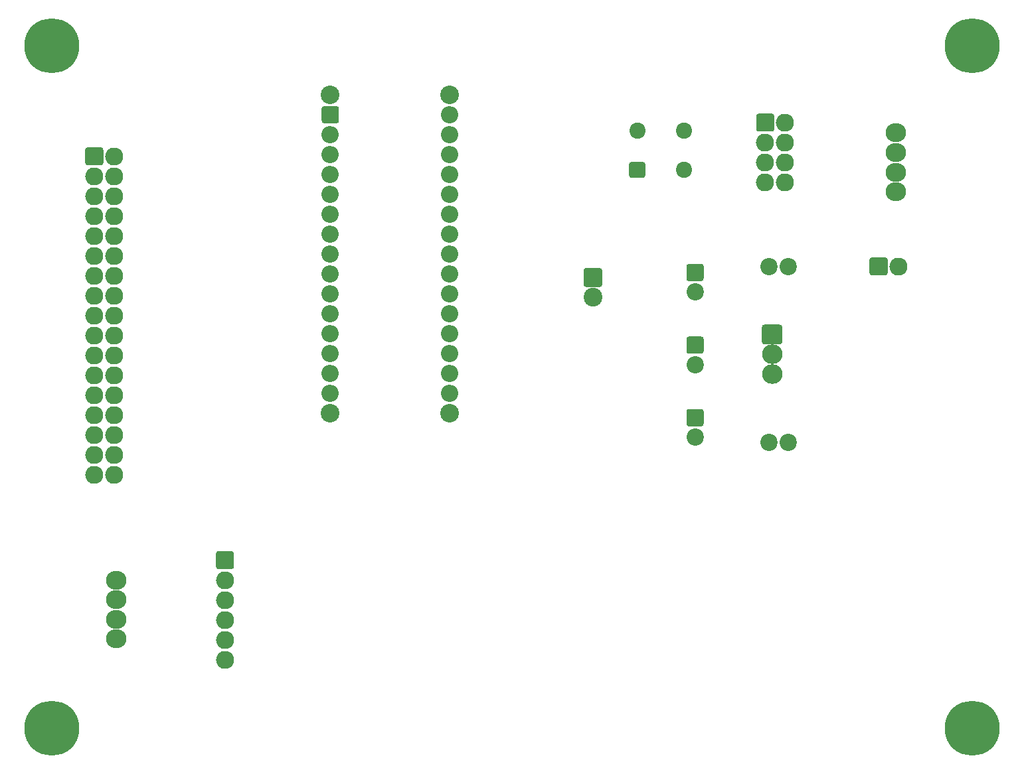
<source format=gbs>
G04 #@! TF.GenerationSoftware,KiCad,Pcbnew,(5.1.10)-1*
G04 #@! TF.CreationDate,2021-12-19T22:42:05+01:00*
G04 #@! TF.ProjectId,DrawBridge,44726177-4272-4696-9467-652e6b696361,1.0*
G04 #@! TF.SameCoordinates,Original*
G04 #@! TF.FileFunction,Soldermask,Bot*
G04 #@! TF.FilePolarity,Negative*
%FSLAX46Y46*%
G04 Gerber Fmt 4.6, Leading zero omitted, Abs format (unit mm)*
G04 Created by KiCad (PCBNEW (5.1.10)-1) date 2021-12-19 22:42:05*
%MOMM*%
%LPD*%
G01*
G04 APERTURE LIST*
%ADD10C,4.200000*%
%ADD11C,7.000000*%
%ADD12O,2.200000X2.200000*%
%ADD13C,2.380000*%
%ADD14C,2.200000*%
%ADD15C,2.400000*%
%ADD16O,2.600000X2.400000*%
%ADD17O,2.300000X2.300000*%
%ADD18C,2.058000*%
%ADD19O,2.600000X2.505000*%
G04 APERTURE END LIST*
D10*
X61425000Y-51425000D03*
D11*
X61425000Y-51425000D03*
X178785700Y-51425000D03*
D10*
X178785700Y-51425000D03*
X61425000Y-138575000D03*
D11*
X61425000Y-138575000D03*
X178785700Y-138575000D03*
D10*
X178785700Y-138575000D03*
G36*
G01*
X95835000Y-61065000D02*
X95835000Y-59465000D01*
G75*
G02*
X96135000Y-59165000I300000J0D01*
G01*
X97735000Y-59165000D01*
G75*
G02*
X98035000Y-59465000I0J-300000D01*
G01*
X98035000Y-61065000D01*
G75*
G02*
X97735000Y-61365000I-300000J0D01*
G01*
X96135000Y-61365000D01*
G75*
G02*
X95835000Y-61065000I0J300000D01*
G01*
G37*
D12*
X112175000Y-93285000D03*
X96935000Y-62805000D03*
X112175000Y-90745000D03*
X96935000Y-65345000D03*
X112175000Y-88205000D03*
X96935000Y-67885000D03*
X112175000Y-85665000D03*
X96935000Y-70425000D03*
X112175000Y-83125000D03*
X96935000Y-72965000D03*
X112175000Y-80585000D03*
X96935000Y-75505000D03*
X112175000Y-78045000D03*
X96935000Y-78045000D03*
X112175000Y-75505000D03*
X96935000Y-80585000D03*
X112175000Y-72965000D03*
X96935000Y-83125000D03*
X112175000Y-70425000D03*
X96935000Y-85665000D03*
X112175000Y-67885000D03*
X96935000Y-88205000D03*
X112175000Y-65345000D03*
X96935000Y-90745000D03*
X112175000Y-62805000D03*
X96935000Y-93285000D03*
X112175000Y-60265000D03*
X96935000Y-95825000D03*
X112175000Y-95825000D03*
D13*
X96935000Y-57725000D03*
X112175000Y-57725000D03*
X112175000Y-98365000D03*
X96935000Y-98365000D03*
D14*
X143425000Y-92177620D03*
G36*
G01*
X142625000Y-88577620D02*
X144225000Y-88577620D01*
G75*
G02*
X144525000Y-88877620I0J-300000D01*
G01*
X144525000Y-90477620D01*
G75*
G02*
X144225000Y-90777620I-300000J0D01*
G01*
X142625000Y-90777620D01*
G75*
G02*
X142325000Y-90477620I0J300000D01*
G01*
X142325000Y-88877620D01*
G75*
G02*
X142625000Y-88577620I300000J0D01*
G01*
G37*
X152845000Y-102095000D03*
X155345000Y-102095000D03*
G36*
G01*
X142625000Y-97845000D02*
X144225000Y-97845000D01*
G75*
G02*
X144525000Y-98145000I0J-300000D01*
G01*
X144525000Y-99745000D01*
G75*
G02*
X144225000Y-100045000I-300000J0D01*
G01*
X142625000Y-100045000D01*
G75*
G02*
X142325000Y-99745000I0J300000D01*
G01*
X142325000Y-98145000D01*
G75*
G02*
X142625000Y-97845000I300000J0D01*
G01*
G37*
X143425000Y-101445000D03*
X155345000Y-79625000D03*
X152845000Y-79625000D03*
G36*
G01*
X142625000Y-79310241D02*
X144225000Y-79310241D01*
G75*
G02*
X144525000Y-79610241I0J-300000D01*
G01*
X144525000Y-81210241D01*
G75*
G02*
X144225000Y-81510241I-300000J0D01*
G01*
X142625000Y-81510241D01*
G75*
G02*
X142325000Y-81210241I0J300000D01*
G01*
X142325000Y-79610241D01*
G75*
G02*
X142625000Y-79310241I300000J0D01*
G01*
G37*
X143425000Y-82910241D03*
G36*
G01*
X129505000Y-79845000D02*
X131305000Y-79845000D01*
G75*
G02*
X131605000Y-80145000I0J-300000D01*
G01*
X131605000Y-81945000D01*
G75*
G02*
X131305000Y-82245000I-300000J0D01*
G01*
X129505000Y-82245000D01*
G75*
G02*
X129205000Y-81945000I0J300000D01*
G01*
X129205000Y-80145000D01*
G75*
G02*
X129505000Y-79845000I300000J0D01*
G01*
G37*
D15*
X130405000Y-83585000D03*
D16*
X69625000Y-127165000D03*
X69625000Y-124665000D03*
X69625000Y-122165000D03*
X69625000Y-119665000D03*
G36*
G01*
X82345000Y-117975000D02*
X82345000Y-116275000D01*
G75*
G02*
X82645000Y-115975000I300000J0D01*
G01*
X84345000Y-115975000D01*
G75*
G02*
X84645000Y-116275000I0J-300000D01*
G01*
X84645000Y-117975000D01*
G75*
G02*
X84345000Y-118275000I-300000J0D01*
G01*
X82645000Y-118275000D01*
G75*
G02*
X82345000Y-117975000I0J300000D01*
G01*
G37*
D17*
X83495000Y-119665000D03*
X83495000Y-122205000D03*
X83495000Y-124745000D03*
X83495000Y-127285000D03*
X83495000Y-129825000D03*
G36*
G01*
X65685000Y-66425000D02*
X65685000Y-64725000D01*
G75*
G02*
X65985000Y-64425000I300000J0D01*
G01*
X67685000Y-64425000D01*
G75*
G02*
X67985000Y-64725000I0J-300000D01*
G01*
X67985000Y-66425000D01*
G75*
G02*
X67685000Y-66725000I-300000J0D01*
G01*
X65985000Y-66725000D01*
G75*
G02*
X65685000Y-66425000I0J300000D01*
G01*
G37*
X69375000Y-65575000D03*
X66835000Y-68115000D03*
X69375000Y-68115000D03*
X66835000Y-70655000D03*
X69375000Y-70655000D03*
X66835000Y-73195000D03*
X69375000Y-73195000D03*
X66835000Y-75735000D03*
X69375000Y-75735000D03*
X66835000Y-78275000D03*
X69375000Y-78275000D03*
X66835000Y-80815000D03*
X69375000Y-80815000D03*
X66835000Y-83355000D03*
X69375000Y-83355000D03*
X66835000Y-85895000D03*
X69375000Y-85895000D03*
X66835000Y-88435000D03*
X69375000Y-88435000D03*
X66835000Y-90975000D03*
X69375000Y-90975000D03*
X66835000Y-93515000D03*
X69375000Y-93515000D03*
X66835000Y-96055000D03*
X69375000Y-96055000D03*
X66835000Y-98595000D03*
X69375000Y-98595000D03*
X66835000Y-101135000D03*
X69375000Y-101135000D03*
X66835000Y-103675000D03*
X69375000Y-103675000D03*
X66835000Y-106215000D03*
X69375000Y-106215000D03*
D16*
X168995000Y-70095000D03*
X168995000Y-67595000D03*
X168995000Y-65095000D03*
X168995000Y-62595000D03*
G36*
G01*
X135026000Y-68054000D02*
X135026000Y-66596000D01*
G75*
G02*
X135326000Y-66296000I300000J0D01*
G01*
X136784000Y-66296000D01*
G75*
G02*
X137084000Y-66596000I0J-300000D01*
G01*
X137084000Y-68054000D01*
G75*
G02*
X136784000Y-68354000I-300000J0D01*
G01*
X135326000Y-68354000D01*
G75*
G02*
X135026000Y-68054000I0J300000D01*
G01*
G37*
D18*
X136055000Y-62325000D03*
X142055000Y-62325000D03*
X142055000Y-67325000D03*
G36*
G01*
X152255000Y-87067500D02*
X154255000Y-87067500D01*
G75*
G02*
X154555000Y-87367500I0J-300000D01*
G01*
X154555000Y-89272500D01*
G75*
G02*
X154255000Y-89572500I-300000J0D01*
G01*
X152255000Y-89572500D01*
G75*
G02*
X151955000Y-89272500I0J300000D01*
G01*
X151955000Y-87367500D01*
G75*
G02*
X152255000Y-87067500I300000J0D01*
G01*
G37*
D19*
X153255000Y-90860000D03*
X153255000Y-93400000D03*
D17*
X169365000Y-79625000D03*
G36*
G01*
X167675000Y-80775000D02*
X165975000Y-80775000D01*
G75*
G02*
X165675000Y-80475000I0J300000D01*
G01*
X165675000Y-78775000D01*
G75*
G02*
X165975000Y-78475000I300000J0D01*
G01*
X167675000Y-78475000D01*
G75*
G02*
X167975000Y-78775000I0J-300000D01*
G01*
X167975000Y-80475000D01*
G75*
G02*
X167675000Y-80775000I-300000J0D01*
G01*
G37*
G36*
G01*
X151225000Y-62125000D02*
X151225000Y-60425000D01*
G75*
G02*
X151525000Y-60125000I300000J0D01*
G01*
X153225000Y-60125000D01*
G75*
G02*
X153525000Y-60425000I0J-300000D01*
G01*
X153525000Y-62125000D01*
G75*
G02*
X153225000Y-62425000I-300000J0D01*
G01*
X151525000Y-62425000D01*
G75*
G02*
X151225000Y-62125000I0J300000D01*
G01*
G37*
X154915000Y-61275000D03*
X152375000Y-63815000D03*
X154915000Y-63815000D03*
X152375000Y-66355000D03*
X154915000Y-66355000D03*
X152375000Y-68895000D03*
X154915000Y-68895000D03*
M02*

</source>
